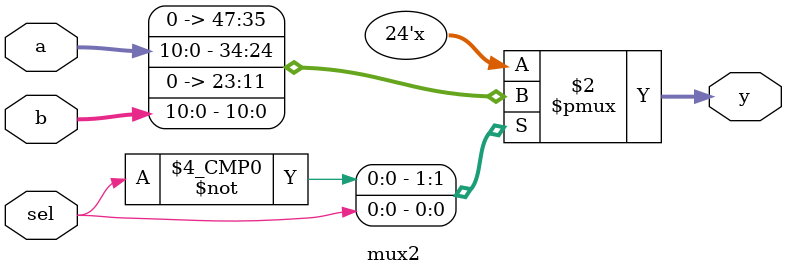
<source format=sv>
`timescale 1ns / 1ps

module mux2(input [10:0] a,b,
               input  sel, 
                   output reg [23:0] y );

always@(*)  begin                 
     case(sel)
     
     0: y ={13'b0,a};
     1: y ={13'b0,b};
     default: y=11'bx;
     endcase
  end
  
endmodule

</source>
